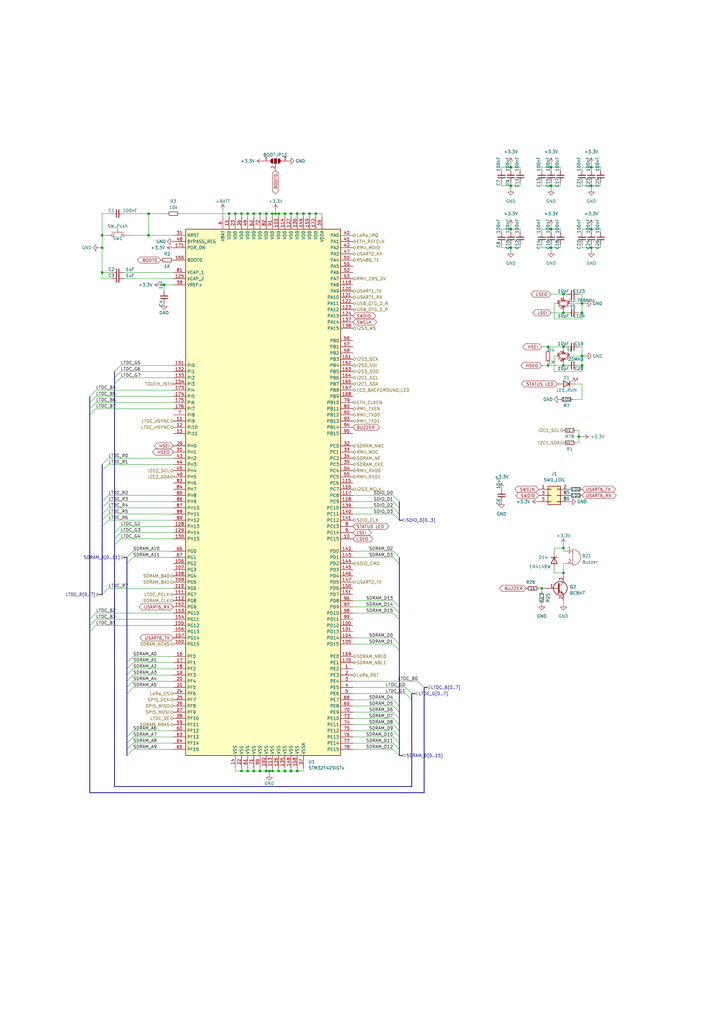
<source format=kicad_sch>
(kicad_sch (version 20230121) (generator eeschema)
  (paper "A3" portrait)
  (junction (at 242.57 76.2))
  (junction (at 60.96 96.52))
  (junction (at 93.98 87.63))
  (junction (at 226.06 76.2))
  (junction (at 242.57 93.98))
  (junction (at 111.76 316.23))
  (junction (at 224.79 142.24))
  (junction (at 226.06 101.6))
  (junction (at 41.91 101.6))
  (junction (at 226.06 93.98))
  (junction (at 101.6 87.63))
  (junction (at 231.14 224.79))
  (junction (at 209.55 76.2))
  (junction (at 119.38 87.63))
  (junction (at 231.14 120.65))
  (junction (at 99.06 316.23))
  (junction (at 110.49 316.23))
  (junction (at 116.84 316.23))
  (junction (at 127 87.63))
  (junction (at 113.03 87.63))
  (junction (at 209.55 68.58))
  (junction (at 238.76 128.27))
  (junction (at 111.76 87.63))
  (junction (at 114.3 87.63))
  (junction (at 238.76 146.05))
  (junction (at 121.92 316.23))
  (junction (at 116.84 87.63))
  (junction (at 104.14 316.23))
  (junction (at 106.68 87.63))
  (junction (at 242.57 68.58))
  (junction (at 231.14 142.24))
  (junction (at 41.91 96.52))
  (junction (at 124.46 87.63))
  (junction (at 222.25 241.3))
  (junction (at 104.14 87.63))
  (junction (at 109.22 87.63))
  (junction (at 119.38 316.23))
  (junction (at 209.55 93.98))
  (junction (at 231.14 234.95))
  (junction (at 114.3 316.23))
  (junction (at 41.91 111.76))
  (junction (at 237.49 179.07))
  (junction (at 231.14 149.86))
  (junction (at 129.54 87.63))
  (junction (at 231.14 128.27))
  (junction (at 242.57 101.6))
  (junction (at 99.06 87.63))
  (junction (at 238.76 149.86))
  (junction (at 121.92 87.63))
  (junction (at 226.06 68.58))
  (junction (at 101.6 316.23))
  (junction (at 109.22 316.23))
  (junction (at 96.52 87.63))
  (junction (at 106.68 316.23))
  (junction (at 67.31 116.84))
  (junction (at 238.76 124.46))
  (junction (at 60.96 87.63))
  (junction (at 209.55 101.6))
  (junction (at 224.79 149.86))
  (bus_entry (at 161.29 304.8) (size 2.54 2.54))
  (bus_entry (at 52.07 271.78) (size 2.54 -2.54))
  (bus_entry (at 161.29 226.06) (size 2.54 2.54))
  (bus_entry (at 36.83 259.08) (size 2.54 -2.54))
  (bus_entry (at 36.83 162.56) (size 2.54 -2.54))
  (bus_entry (at 161.29 287.02) (size 2.54 2.54))
  (bus_entry (at 161.29 297.18) (size 2.54 2.54))
  (bus_entry (at 161.29 294.64) (size 2.54 2.54))
  (bus_entry (at 161.29 205.74) (size 2.54 2.54))
  (bus_entry (at 161.29 264.16) (size 2.54 2.54))
  (bus_entry (at 52.07 284.48) (size 2.54 -2.54))
  (bus_entry (at 161.29 208.28) (size 2.54 2.54))
  (bus_entry (at 41.91 210.82) (size 2.54 -2.54))
  (bus_entry (at 166.37 281.94) (size 2.54 2.54))
  (bus_entry (at 52.07 281.94) (size 2.54 -2.54))
  (bus_entry (at 46.99 223.52) (size 2.54 -2.54))
  (bus_entry (at 52.07 309.88) (size 2.54 -2.54))
  (bus_entry (at 46.99 218.44) (size 2.54 -2.54))
  (bus_entry (at 171.45 279.4) (size 2.54 2.54))
  (bus_entry (at 41.91 208.28) (size 2.54 -2.54))
  (bus_entry (at 52.07 307.34) (size 2.54 -2.54))
  (bus_entry (at 46.99 220.98) (size 2.54 -2.54))
  (bus_entry (at 52.07 231.14) (size 2.54 -2.54))
  (bus_entry (at 161.29 251.46) (size 2.54 2.54))
  (bus_entry (at 161.29 261.62) (size 2.54 2.54))
  (bus_entry (at 161.29 307.34) (size 2.54 2.54))
  (bus_entry (at 52.07 228.6) (size 2.54 -2.54))
  (bus_entry (at 41.91 193.04) (size 2.54 -2.54))
  (bus_entry (at 52.07 276.86) (size 2.54 -2.54))
  (bus_entry (at 161.29 203.2) (size 2.54 2.54))
  (bus_entry (at 166.37 284.48) (size 2.54 2.54))
  (bus_entry (at 161.29 289.56) (size 2.54 2.54))
  (bus_entry (at 36.83 256.54) (size 2.54 -2.54))
  (bus_entry (at 46.99 152.4) (size 2.54 -2.54))
  (bus_entry (at 36.83 254) (size 2.54 -2.54))
  (bus_entry (at 41.91 190.5) (size 2.54 -2.54))
  (bus_entry (at 46.99 157.48) (size 2.54 -2.54))
  (bus_entry (at 161.29 210.82) (size 2.54 2.54))
  (bus_entry (at 41.91 213.36) (size 2.54 -2.54))
  (bus_entry (at 161.29 302.26) (size 2.54 2.54))
  (bus_entry (at 41.91 243.84) (size 2.54 -2.54))
  (bus_entry (at 36.83 167.64) (size 2.54 -2.54))
  (bus_entry (at 36.83 165.1) (size 2.54 -2.54))
  (bus_entry (at 52.07 274.32) (size 2.54 -2.54))
  (bus_entry (at 41.91 205.74) (size 2.54 -2.54))
  (bus_entry (at 46.99 154.94) (size 2.54 -2.54))
  (bus_entry (at 36.83 170.18) (size 2.54 -2.54))
  (bus_entry (at 161.29 246.38) (size 2.54 2.54))
  (bus_entry (at 52.07 302.26) (size 2.54 -2.54))
  (bus_entry (at 161.29 299.72) (size 2.54 2.54))
  (bus_entry (at 41.91 215.9) (size 2.54 -2.54))
  (bus_entry (at 52.07 304.8) (size 2.54 -2.54))
  (bus_entry (at 161.29 248.92) (size 2.54 2.54))
  (bus_entry (at 52.07 279.4) (size 2.54 -2.54))
  (bus_entry (at 161.29 292.1) (size 2.54 2.54))
  (bus_entry (at 161.29 228.6) (size 2.54 2.54))
  (wire (pts (xy 238.76 120.65) (xy 238.76 124.46)))
  (wire (pts (xy 227.33 146.05) (xy 227.33 152.4)))
  (wire (pts (xy 109.22 87.63) (xy 111.76 87.63)))
  (wire (pts (xy 111.76 316.23) (xy 110.49 316.23)))
  (bus (pts (xy 163.83 213.36) (xy 165.1 213.36)))
  (wire (pts (xy 73.66 87.63) (xy 93.98 87.63)))
  (wire (pts (xy 205.74 68.58) (xy 205.74 69.85)))
  (wire (pts (xy 227.33 233.68) (xy 227.33 234.95)))
  (wire (pts (xy 49.53 149.86) (xy 71.12 149.86)))
  (wire (pts (xy 238.76 157.48) (xy 236.22 157.48)))
  (wire (pts (xy 238.76 130.81) (xy 238.76 128.27)))
  (wire (pts (xy 237.49 120.65) (xy 238.76 120.65)))
  (wire (pts (xy 119.38 316.23) (xy 116.84 316.23)))
  (wire (pts (xy 231.14 231.14) (xy 232.41 231.14)))
  (wire (pts (xy 71.12 302.26) (xy 54.61 302.26)))
  (wire (pts (xy 106.68 314.96) (xy 106.68 316.23)))
  (wire (pts (xy 209.55 68.58) (xy 209.55 69.85)))
  (bus (pts (xy 46.99 223.52) (xy 46.99 322.58)))
  (bus (pts (xy 40.64 243.84) (xy 41.91 243.84)))
  (wire (pts (xy 171.45 279.4) (xy 144.78 279.4)))
  (wire (pts (xy 231.14 128.27) (xy 231.14 127)))
  (wire (pts (xy 39.37 165.1) (xy 71.12 165.1)))
  (wire (pts (xy 231.14 226.06) (xy 232.41 226.06)))
  (bus (pts (xy 52.07 231.14) (xy 52.07 271.78)))
  (bus (pts (xy 163.83 210.82) (xy 163.83 213.36)))
  (bus (pts (xy 46.99 218.44) (xy 46.99 220.98)))
  (wire (pts (xy 222.25 68.58) (xy 222.25 69.85)))
  (wire (pts (xy 226.06 68.58) (xy 229.87 68.58)))
  (wire (pts (xy 226.06 93.98) (xy 226.06 95.25)))
  (wire (pts (xy 226.06 101.6) (xy 226.06 102.87)))
  (wire (pts (xy 238.76 93.98) (xy 238.76 95.25)))
  (wire (pts (xy 104.14 314.96) (xy 104.14 316.23)))
  (bus (pts (xy 163.83 304.8) (xy 163.83 307.34)))
  (bus (pts (xy 36.83 259.08) (xy 36.83 325.12)))
  (wire (pts (xy 71.12 299.72) (xy 54.61 299.72)))
  (wire (pts (xy 144.78 208.28) (xy 161.29 208.28)))
  (wire (pts (xy 234.95 163.83) (xy 238.76 163.83)))
  (wire (pts (xy 222.25 149.86) (xy 224.79 149.86)))
  (wire (pts (xy 205.74 93.98) (xy 205.74 95.25)))
  (bus (pts (xy 163.83 251.46) (xy 163.83 254)))
  (wire (pts (xy 96.52 316.23) (xy 96.52 314.96)))
  (wire (pts (xy 50.8 87.63) (xy 60.96 87.63)))
  (wire (pts (xy 144.78 203.2) (xy 161.29 203.2)))
  (wire (pts (xy 144.78 307.34) (xy 161.29 307.34)))
  (wire (pts (xy 242.57 93.98) (xy 246.38 93.98)))
  (wire (pts (xy 49.53 215.9) (xy 71.12 215.9)))
  (wire (pts (xy 238.76 142.24) (xy 238.76 146.05)))
  (wire (pts (xy 226.06 100.33) (xy 226.06 101.6)))
  (wire (pts (xy 226.06 120.65) (xy 231.14 120.65)))
  (wire (pts (xy 121.92 316.23) (xy 119.38 316.23)))
  (bus (pts (xy 36.83 256.54) (xy 36.83 259.08)))
  (wire (pts (xy 101.6 87.63) (xy 104.14 87.63)))
  (wire (pts (xy 99.06 87.63) (xy 99.06 88.9)))
  (wire (pts (xy 129.54 87.63) (xy 129.54 88.9)))
  (bus (pts (xy 36.83 170.18) (xy 36.83 254)))
  (wire (pts (xy 238.76 124.46) (xy 238.76 128.27)))
  (wire (pts (xy 246.38 76.2) (xy 242.57 76.2)))
  (wire (pts (xy 44.45 210.82) (xy 71.12 210.82)))
  (wire (pts (xy 213.36 69.85) (xy 213.36 68.58)))
  (bus (pts (xy 52.07 304.8) (xy 52.07 307.34)))
  (wire (pts (xy 231.14 142.24) (xy 224.79 142.24)))
  (wire (pts (xy 106.68 87.63) (xy 109.22 87.63)))
  (wire (pts (xy 110.49 316.23) (xy 110.49 317.5)))
  (wire (pts (xy 238.76 100.33) (xy 238.76 101.6)))
  (wire (pts (xy 242.57 92.71) (xy 242.57 93.98)))
  (bus (pts (xy 41.91 205.74) (xy 41.91 208.28)))
  (wire (pts (xy 231.14 142.24) (xy 232.41 142.24)))
  (wire (pts (xy 229.87 68.58) (xy 229.87 69.85)))
  (wire (pts (xy 209.55 93.98) (xy 209.55 95.25)))
  (wire (pts (xy 124.46 87.63) (xy 124.46 88.9)))
  (wire (pts (xy 240.03 124.46) (xy 238.76 124.46)))
  (bus (pts (xy 46.99 220.98) (xy 46.99 223.52)))
  (wire (pts (xy 60.96 87.63) (xy 68.58 87.63)))
  (wire (pts (xy 226.06 93.98) (xy 229.87 93.98)))
  (wire (pts (xy 41.91 87.63) (xy 45.72 87.63)))
  (wire (pts (xy 39.37 162.56) (xy 71.12 162.56)))
  (bus (pts (xy 52.07 276.86) (xy 52.07 279.4)))
  (wire (pts (xy 224.79 149.86) (xy 224.79 148.59)))
  (wire (pts (xy 66.04 116.84) (xy 67.31 116.84)))
  (wire (pts (xy 144.78 228.6) (xy 161.29 228.6)))
  (wire (pts (xy 238.76 146.05) (xy 238.76 149.86)))
  (wire (pts (xy 119.38 314.96) (xy 119.38 316.23)))
  (bus (pts (xy 52.07 284.48) (xy 52.07 302.26)))
  (wire (pts (xy 116.84 87.63) (xy 116.84 88.9)))
  (wire (pts (xy 209.55 92.71) (xy 209.55 93.98)))
  (wire (pts (xy 101.6 87.63) (xy 101.6 88.9)))
  (wire (pts (xy 50.8 111.76) (xy 71.12 111.76)))
  (wire (pts (xy 49.53 218.44) (xy 71.12 218.44)))
  (wire (pts (xy 144.78 205.74) (xy 161.29 205.74)))
  (bus (pts (xy 46.99 322.58) (xy 168.91 322.58)))
  (bus (pts (xy 46.99 154.94) (xy 46.99 157.48)))
  (wire (pts (xy 132.08 87.63) (xy 132.08 88.9)))
  (wire (pts (xy 111.76 87.63) (xy 113.03 87.63)))
  (wire (pts (xy 96.52 87.63) (xy 96.52 88.9)))
  (wire (pts (xy 121.92 87.63) (xy 124.46 87.63)))
  (wire (pts (xy 104.14 87.63) (xy 104.14 88.9)))
  (wire (pts (xy 114.3 87.63) (xy 114.3 88.9)))
  (wire (pts (xy 227.33 124.46) (xy 227.33 130.81)))
  (wire (pts (xy 101.6 314.96) (xy 101.6 316.23)))
  (bus (pts (xy 163.83 228.6) (xy 163.83 231.14)))
  (bus (pts (xy 36.83 162.56) (xy 36.83 165.1)))
  (wire (pts (xy 226.06 74.93) (xy 226.06 76.2)))
  (wire (pts (xy 50.8 114.3) (xy 71.12 114.3)))
  (bus (pts (xy 163.83 208.28) (xy 163.83 210.82)))
  (wire (pts (xy 114.3 87.63) (xy 116.84 87.63)))
  (wire (pts (xy 116.84 316.23) (xy 114.3 316.23)))
  (bus (pts (xy 36.83 325.12) (xy 173.99 325.12)))
  (wire (pts (xy 237.49 181.61) (xy 236.22 181.61)))
  (wire (pts (xy 71.12 274.32) (xy 54.61 274.32)))
  (wire (pts (xy 44.45 213.36) (xy 71.12 213.36)))
  (wire (pts (xy 49.53 152.4) (xy 71.12 152.4)))
  (wire (pts (xy 111.76 314.96) (xy 111.76 316.23)))
  (wire (pts (xy 231.14 223.52) (xy 231.14 224.79)))
  (wire (pts (xy 121.92 87.63) (xy 121.92 88.9)))
  (wire (pts (xy 242.57 100.33) (xy 242.57 101.6)))
  (wire (pts (xy 144.78 294.64) (xy 161.29 294.64)))
  (bus (pts (xy 52.07 302.26) (xy 52.07 304.8)))
  (wire (pts (xy 119.38 87.63) (xy 121.92 87.63)))
  (wire (pts (xy 44.45 190.5) (xy 71.12 190.5)))
  (wire (pts (xy 39.37 167.64) (xy 71.12 167.64)))
  (wire (pts (xy 205.74 100.33) (xy 205.74 101.6)))
  (wire (pts (xy 238.76 149.86) (xy 237.49 149.86)))
  (wire (pts (xy 209.55 101.6) (xy 209.55 102.87)))
  (wire (pts (xy 60.96 96.52) (xy 71.12 96.52)))
  (wire (pts (xy 114.3 316.23) (xy 111.76 316.23)))
  (bus (pts (xy 163.83 266.7) (xy 163.83 289.56)))
  (wire (pts (xy 109.22 314.96) (xy 109.22 316.23)))
  (wire (pts (xy 71.12 279.4) (xy 54.61 279.4)))
  (bus (pts (xy 41.91 208.28) (xy 41.91 210.82)))
  (bus (pts (xy 52.07 281.94) (xy 52.07 284.48)))
  (wire (pts (xy 71.12 276.86) (xy 54.61 276.86)))
  (wire (pts (xy 209.55 67.31) (xy 209.55 68.58)))
  (wire (pts (xy 205.74 76.2) (xy 209.55 76.2)))
  (wire (pts (xy 231.14 143.51) (xy 231.14 142.24)))
  (wire (pts (xy 224.79 142.24) (xy 224.79 143.51)))
  (wire (pts (xy 213.36 68.58) (xy 209.55 68.58)))
  (wire (pts (xy 229.87 101.6) (xy 226.06 101.6)))
  (wire (pts (xy 44.45 203.2) (xy 71.12 203.2)))
  (wire (pts (xy 213.36 101.6) (xy 209.55 101.6)))
  (wire (pts (xy 242.57 68.58) (xy 242.57 69.85)))
  (wire (pts (xy 166.37 281.94) (xy 144.78 281.94)))
  (bus (pts (xy 163.83 231.14) (xy 163.83 248.92)))
  (wire (pts (xy 222.25 93.98) (xy 222.25 95.25)))
  (wire (pts (xy 231.14 234.95) (xy 231.14 231.14)))
  (bus (pts (xy 52.07 307.34) (xy 52.07 309.88)))
  (wire (pts (xy 242.57 67.31) (xy 242.57 68.58)))
  (bus (pts (xy 41.91 210.82) (xy 41.91 213.36)))
  (bus (pts (xy 163.83 299.72) (xy 163.83 302.26)))
  (wire (pts (xy 60.96 87.63) (xy 60.96 96.52)))
  (wire (pts (xy 238.76 68.58) (xy 242.57 68.58)))
  (wire (pts (xy 242.57 74.93) (xy 242.57 76.2)))
  (wire (pts (xy 45.72 114.3) (xy 41.91 114.3)))
  (wire (pts (xy 99.06 87.63) (xy 101.6 87.63)))
  (bus (pts (xy 52.07 279.4) (xy 52.07 281.94)))
  (wire (pts (xy 39.37 254) (xy 71.12 254)))
  (bus (pts (xy 50.8 228.6) (xy 52.07 228.6)))
  (wire (pts (xy 44.45 208.28) (xy 71.12 208.28)))
  (wire (pts (xy 226.06 92.71) (xy 226.06 93.98)))
  (wire (pts (xy 41.91 101.6) (xy 41.91 96.52)))
  (bus (pts (xy 52.07 271.78) (xy 52.07 274.32)))
  (bus (pts (xy 168.91 284.48) (xy 170.18 284.48)))
  (wire (pts (xy 144.78 248.92) (xy 161.29 248.92)))
  (bus (pts (xy 173.99 281.94) (xy 175.26 281.94)))
  (wire (pts (xy 99.06 316.23) (xy 96.52 316.23)))
  (wire (pts (xy 231.14 149.86) (xy 231.14 148.59)))
  (wire (pts (xy 209.55 100.33) (xy 209.55 101.6)))
  (wire (pts (xy 101.6 316.23) (xy 99.06 316.23)))
  (wire (pts (xy 104.14 316.23) (xy 101.6 316.23)))
  (wire (pts (xy 114.3 314.96) (xy 114.3 316.23)))
  (wire (pts (xy 144.78 304.8) (xy 161.29 304.8)))
  (wire (pts (xy 209.55 93.98) (xy 213.36 93.98)))
  (wire (pts (xy 226.06 68.58) (xy 226.06 69.85)))
  (wire (pts (xy 144.78 302.26) (xy 161.29 302.26)))
  (bus (pts (xy 41.91 193.04) (xy 41.91 205.74)))
  (bus (pts (xy 52.07 274.32) (xy 52.07 276.86)))
  (wire (pts (xy 229.87 74.93) (xy 229.87 76.2)))
  (wire (pts (xy 238.76 76.2) (xy 242.57 76.2)))
  (wire (pts (xy 227.33 152.4) (xy 238.76 152.4)))
  (wire (pts (xy 213.36 100.33) (xy 213.36 101.6)))
  (bus (pts (xy 36.83 254) (xy 36.83 256.54)))
  (wire (pts (xy 246.38 100.33) (xy 246.38 101.6)))
  (wire (pts (xy 226.06 128.27) (xy 231.14 128.27)))
  (bus (pts (xy 163.83 297.18) (xy 163.83 299.72)))
  (wire (pts (xy 41.91 96.52) (xy 41.91 87.63)))
  (wire (pts (xy 124.46 87.63) (xy 127 87.63)))
  (wire (pts (xy 240.03 146.05) (xy 238.76 146.05)))
  (wire (pts (xy 231.14 120.65) (xy 232.41 120.65)))
  (wire (pts (xy 205.74 93.98) (xy 209.55 93.98)))
  (bus (pts (xy 52.07 228.6) (xy 52.07 231.14)))
  (bus (pts (xy 41.91 190.5) (xy 41.91 193.04)))
  (wire (pts (xy 229.87 76.2) (xy 226.06 76.2)))
  (wire (pts (xy 144.78 297.18) (xy 161.29 297.18)))
  (wire (pts (xy 166.37 284.48) (xy 144.78 284.48)))
  (wire (pts (xy 222.25 241.3) (xy 223.52 241.3)))
  (wire (pts (xy 144.78 287.02) (xy 161.29 287.02)))
  (bus (pts (xy 163.83 289.56) (xy 163.83 292.1)))
  (bus (pts (xy 163.83 294.64) (xy 163.83 297.18)))
  (wire (pts (xy 39.37 251.46) (xy 71.12 251.46)))
  (wire (pts (xy 43.18 96.52) (xy 41.91 96.52)))
  (wire (pts (xy 238.76 68.58) (xy 238.76 69.85)))
  (wire (pts (xy 222.25 100.33) (xy 222.25 101.6)))
  (wire (pts (xy 228.6 124.46) (xy 227.33 124.46)))
  (wire (pts (xy 227.33 130.81) (xy 238.76 130.81)))
  (wire (pts (xy 113.03 86.36) (xy 113.03 87.63)))
  (wire (pts (xy 220.98 241.3) (xy 222.25 241.3)))
  (wire (pts (xy 209.55 74.93) (xy 209.55 76.2)))
  (wire (pts (xy 205.74 101.6) (xy 209.55 101.6)))
  (wire (pts (xy 144.78 289.56) (xy 161.29 289.56)))
  (wire (pts (xy 222.25 242.57) (xy 222.25 241.3)))
  (bus (pts (xy 36.83 165.1) (xy 36.83 167.64)))
  (wire (pts (xy 237.49 176.53) (xy 237.49 179.07)))
  (wire (pts (xy 238.76 74.93) (xy 238.76 76.2)))
  (wire (pts (xy 109.22 316.23) (xy 106.68 316.23)))
  (wire (pts (xy 71.12 304.8) (xy 54.61 304.8)))
  (wire (pts (xy 144.78 264.16) (xy 161.29 264.16)))
  (wire (pts (xy 109.22 87.63) (xy 109.22 88.9)))
  (wire (pts (xy 209.55 68.58) (xy 205.74 68.58)))
  (wire (pts (xy 238.76 179.07) (xy 237.49 179.07)))
  (bus (pts (xy 46.99 152.4) (xy 46.99 154.94)))
  (wire (pts (xy 144.78 292.1) (xy 161.29 292.1)))
  (wire (pts (xy 242.57 101.6) (xy 242.57 102.87)))
  (wire (pts (xy 93.98 88.9) (xy 93.98 87.63)))
  (wire (pts (xy 231.14 247.65) (xy 231.14 246.38)))
  (wire (pts (xy 99.06 314.96) (xy 99.06 316.23)))
  (wire (pts (xy 116.84 314.96) (xy 116.84 316.23)))
  (wire (pts (xy 238.76 101.6) (xy 242.57 101.6)))
  (bus (pts (xy 41.91 213.36) (xy 41.91 215.9)))
  (wire (pts (xy 238.76 163.83) (xy 238.76 157.48)))
  (bus (pts (xy 163.83 307.34) (xy 163.83 309.88)))
  (wire (pts (xy 238.76 93.98) (xy 242.57 93.98)))
  (wire (pts (xy 41.91 111.76) (xy 41.91 101.6)))
  (wire (pts (xy 238.76 124.46) (xy 233.68 124.46)))
  (wire (pts (xy 227.33 224.79) (xy 231.14 224.79)))
  (bus (pts (xy 173.99 325.12) (xy 173.99 281.94)))
  (bus (pts (xy 163.83 248.92) (xy 163.83 251.46)))
  (wire (pts (xy 41.91 114.3) (xy 41.91 111.76)))
  (wire (pts (xy 246.38 101.6) (xy 242.57 101.6)))
  (wire (pts (xy 231.14 121.92) (xy 231.14 120.65)))
  (wire (pts (xy 213.36 76.2) (xy 213.36 74.93)))
  (wire (pts (xy 45.72 111.76) (xy 41.91 111.76)))
  (bus (pts (xy 163.83 292.1) (xy 163.83 294.64)))
  (wire (pts (xy 124.46 314.96) (xy 124.46 316.23)))
  (wire (pts (xy 96.52 87.63) (xy 99.06 87.63)))
  (wire (pts (xy 53.34 96.52) (xy 60.96 96.52)))
  (wire (pts (xy 237.49 142.24) (xy 238.76 142.24)))
  (wire (pts (xy 71.12 281.94) (xy 54.61 281.94)))
  (bus (pts (xy 163.83 264.16) (xy 163.83 266.7)))
  (wire (pts (xy 39.37 160.02) (xy 71.12 160.02)))
  (wire (pts (xy 213.36 93.98) (xy 213.36 95.25)))
  (wire (pts (xy 71.12 226.06) (xy 54.61 226.06)))
  (bus (pts (xy 41.91 215.9) (xy 41.91 243.84)))
  (wire (pts (xy 222.25 74.93) (xy 222.25 76.2)))
  (wire (pts (xy 226.06 67.31) (xy 226.06 68.58)))
  (wire (pts (xy 106.68 316.23) (xy 104.14 316.23)))
  (wire (pts (xy 113.03 87.63) (xy 114.3 87.63)))
  (wire (pts (xy 238.76 152.4) (xy 238.76 149.86)))
  (wire (pts (xy 144.78 251.46) (xy 161.29 251.46)))
  (wire (pts (xy 144.78 299.72) (xy 161.29 299.72)))
  (wire (pts (xy 222.25 93.98) (xy 226.06 93.98)))
  (wire (pts (xy 222.25 76.2) (xy 226.06 76.2)))
  (wire (pts (xy 127 87.63) (xy 129.54 87.63)))
  (wire (pts (xy 226.06 76.2) (xy 226.06 77.47)))
  (wire (pts (xy 49.53 154.94) (xy 71.12 154.94)))
  (wire (pts (xy 238.76 146.05) (xy 233.68 146.05)))
  (wire (pts (xy 93.98 87.63) (xy 96.52 87.63)))
  (wire (pts (xy 238.76 128.27) (xy 237.49 128.27)))
  (bus (pts (xy 168.91 287.02) (xy 168.91 284.48)))
  (wire (pts (xy 144.78 261.62) (xy 161.29 261.62)))
  (wire (pts (xy 71.12 269.24) (xy 54.61 269.24)))
  (bus (pts (xy 36.83 167.64) (xy 36.83 170.18)))
  (wire (pts (xy 127 88.9) (xy 127 87.63)))
  (wire (pts (xy 236.22 176.53) (xy 237.49 176.53)))
  (wire (pts (xy 144.78 246.38) (xy 161.29 246.38)))
  (wire (pts (xy 40.64 101.6) (xy 41.91 101.6)))
  (wire (pts (xy 116.84 87.63) (xy 119.38 87.63)))
  (wire (pts (xy 144.78 210.82) (xy 161.29 210.82)))
  (wire (pts (xy 121.92 314.96) (xy 121.92 316.23)))
  (wire (pts (xy 209.55 76.2) (xy 209.55 77.47)))
  (bus (pts (xy 163.83 205.74) (xy 163.83 208.28)))
  (wire (pts (xy 49.53 220.98) (xy 71.12 220.98)))
  (wire (pts (xy 124.46 316.23) (xy 121.92 316.23)))
  (wire (pts (xy 246.38 68.58) (xy 246.38 69.85)))
  (wire (pts (xy 222.25 101.6) (xy 226.06 101.6)))
  (wire (pts (xy 106.68 87.63) (xy 106.68 88.9)))
  (wire (pts (xy 44.45 205.74) (xy 71.12 205.74)))
  (wire (pts (xy 231.14 236.22) (xy 231.14 234.95)))
  (wire (pts (xy 246.38 93.98) (xy 246.38 95.25)))
  (bus (pts (xy 168.91 322.58) (xy 168.91 287.02)))
  (wire (pts (xy 231.14 224.79) (xy 231.14 226.06)))
  (bus (pts (xy 163.83 309.88) (xy 165.1 309.88)))
  (wire (pts (xy 91.44 86.36) (xy 91.44 88.9)))
  (wire (pts (xy 71.12 228.6) (xy 54.61 228.6)))
  (wire (pts (xy 111.76 87.63) (xy 111.76 88.9)))
  (wire (pts (xy 44.45 187.96) (xy 71.12 187.96)))
  (wire (pts (xy 222.25 142.24) (xy 224.79 142.24)))
  (wire (pts (xy 231.14 149.86) (xy 224.79 149.86)))
  (bus (pts (xy 46.99 157.48) (xy 46.99 218.44)))
  (wire (pts (xy 71.12 271.78) (xy 54.61 271.78)))
  (bus (pts (xy 163.83 254) (xy 163.83 264.16)))
  (wire (pts (xy 229.87 93.98) (xy 229.87 95.25)))
  (wire (pts (xy 71.12 307.34) (xy 54.61 307.34)))
  (wire (pts (xy 44.45 241.3) (xy 71.12 241.3)))
  (wire (pts (xy 237.49 179.07) (xy 237.49 181.61)))
  (wire (pts (xy 67.31 116.84) (xy 71.12 116.84)))
  (wire (pts (xy 227.33 234.95) (xy 231.14 234.95)))
  (wire (pts (xy 222.25 68.58) (xy 226.06 68.58)))
  (wire (pts (xy 232.41 128.27) (xy 231.14 128.27)))
  (wire (pts (xy 39.37 256.54) (xy 71.12 256.54)))
  (wire (pts (xy 228.6 146.05) (xy 227.33 146.05)))
  (wire (pts (xy 232.41 149.86) (xy 231.14 149.86)))
  (wire (pts (xy 205.74 74.93) (xy 205.74 76.2)))
  (wire (pts (xy 246.38 74.93) (xy 246.38 76.2)))
  (wire (pts (xy 144.78 226.06) (xy 161.29 226.06)))
  (wire (pts (xy 129.54 87.63) (xy 132.08 87.63)))
  (wire (pts (xy 104.14 87.63) (xy 106.68 87.63)))
  (wire (pts (xy 242.57 68.58) (xy 246.38 68.58)))
  (wire (pts (xy 119.38 87.63) (xy 119.38 88.9)))
  (wire (pts (xy 242.57 76.2) (xy 242.57 77.47)))
  (wire (pts (xy 242.57 93.98) (xy 242.57 95.25)))
  (wire (pts (xy 110.49 316.23) (xy 109.22 316.23)))
  (wire (pts (xy 67.31 119.38) (xy 67.31 116.84)))
  (wire (pts (xy 227.33 226.06) (xy 227.33 224.79)))
  (wire (pts (xy 229.87 100.33) (xy 229.87 101.6)))
  (wire (pts (xy 209.55 76.2) (xy 213.36 76.2)))
  (bus (pts (xy 163.83 302.26) (xy 163.83 304.8)))
  (label "LTDC_G0" (at 166.37 281.94 180))
  (label "LTDC_R2" (at 44.45 203.2 0))
  (label "LTDC_B7" (at 39.37 167.64 0))
  (label "LTDC_R7" (at 44.45 241.3 0))
  (label "SDRAM_A2" (at 54.61 274.32 0))
  (label "SDRAM_D1" (at 161.29 264.16 180))
  (label "LTDC_B3" (at 39.37 254 0))
  (label "SDRAM_D15" (at 161.29 251.46 180))
  (label "SDRAM_D3" (at 161.29 228.6 180))
  (label "SDRAM_D5" (at 161.29 289.56 180))
  (label "LTDC_R5" (at 44.45 210.82 0))
  (label "SDRAM_A8" (at 54.61 304.8 0))
  (label "LTDC_R1" (at 44.45 190.5 0))
  (label "SDRAM_D4" (at 161.29 287.02 180))
  (label "LTDC_G3" (at 49.53 218.44 0))
  (label "LTDC_B1" (at 39.37 256.54 0))
  (label "LTDC_R3" (at 44.45 205.74 0))
  (label "SDRAM_D2" (at 161.29 226.06 180))
  (label "SDIO_D0" (at 161.29 203.2 180))
  (label "SDRAM_A0" (at 54.61 269.24 0))
  (label "SDIO_D1" (at 161.29 205.74 180))
  (label "SDRAM_D9" (at 161.29 299.72 180))
  (label "SDRAM_A1" (at 54.61 271.78 0))
  (label "LTDC_G2" (at 49.53 215.9 0))
  (label "SDRAM_D8" (at 161.29 297.18 180))
  (label "SDRAM_D14" (at 161.29 248.92 180))
  (label "LTDC_R0" (at 44.45 187.96 0))
  (label "SDRAM_A11" (at 54.61 228.6 0))
  (label "SDRAM_D0" (at 161.29 261.62 180))
  (label "LTDC_G6" (at 49.53 152.4 0))
  (label "SDRAM_A6" (at 54.61 299.72 0))
  (label "LTDC_B5" (at 39.37 162.56 0))
  (label "SDRAM_A3" (at 54.61 276.86 0))
  (label "LTDC_G7" (at 49.53 154.94 0))
  (label "SDRAM_D6" (at 161.29 292.1 180))
  (label "SDIO_D3" (at 161.29 210.82 180))
  (label "SDRAM_A4" (at 54.61 279.4 0))
  (label "LTDC_B4" (at 39.37 160.02 0))
  (label "LTDC_G5" (at 49.53 149.86 0))
  (label "SDRAM_A5" (at 54.61 281.94 0))
  (label "SDIO_D2" (at 161.29 208.28 180))
  (label "SDRAM_A10" (at 54.61 226.06 0))
  (label "LTDC_B0" (at 171.45 279.4 180))
  (label "SDRAM_D13" (at 161.29 246.38 180))
  (label "SDRAM_D11" (at 161.29 304.8 180))
  (label "LTDC_R6" (at 44.45 213.36 0))
  (label "LTDC_R4" (at 44.45 208.28 0))
  (label "SDRAM_A7" (at 54.61 302.26 0))
  (label "LTDC_B6" (at 39.37 165.1 0))
  (label "SDRAM_D10" (at 161.29 302.26 180))
  (label "SDRAM_D12" (at 161.29 307.34 180))
  (label "SDRAM_D7" (at 161.29 294.64 180))
  (label "LTDC_G1" (at 166.37 284.48 180))
  (label "LTDC_B2" (at 39.37 251.46 0))
  (label "LTDC_G4" (at 49.53 220.98 0))
  (label "SDRAM_A9" (at 54.61 307.34 0))
  (global_label "BOOT0" (shape bidirectional) (at 66.04 106.68 180) (property "Intersheetrefs" "${INTERSHEET_REFS}" (effects hide)))
  (global_label "HSEO" (shape bidirectional) (at 222.25 149.86 180) (property "Intersheetrefs" "${INTERSHEET_REFS}" (effects hide)))
  (global_label "BUZZER" (shape bidirectional) (at 144.78 175.26 0) (property "Intersheetrefs" "${INTERSHEET_REFS}" (effects hide)))
  (global_label "SWCLK" (shape bidirectional) (at 220.98 200.66 180) (property "Intersheetrefs" "${INTERSHEET_REFS}" (effects hide)))
  (global_label "LSEI" (shape bidirectional) (at 144.78 218.44 0) (property "Intersheetrefs" "${INTERSHEET_REFS}" (effects hide)))
  (global_label "SWDIO" (shape bidirectional) (at 220.98 203.2 180) (property "Intersheetrefs" "${INTERSHEET_REFS}" (effects hide)))
  (global_label "BUZZER" (shape bidirectional) (at 215.9 241.3 180) (property "Intersheetrefs" "${INTERSHEET_REFS}" (effects hide)))
  (global_label "HSEI" (shape bidirectional) (at 222.25 142.24 180) (property "Intersheetrefs" "${INTERSHEET_REFS}" (effects hide)))
  (global_label "USART6_RX" (shape bidirectional) (at 238.76 203.2 0) (property "Intersheetrefs" "${INTERSHEET_REFS}" (effects hide)))
  (global_label "USART6_TX" (shape bidirectional) (at 238.76 200.66 0) (property "Intersheetrefs" "${INTERSHEET_REFS}" (effects hide)))
  (global_label "STATUS LED" (shape bidirectional) (at 228.6 157.48 180) (property "Intersheetrefs" "${INTERSHEET_REFS}" (effects hide)))
  (global_label "HSEI" (shape bidirectional) (at 71.12 182.88 180) (property "Intersheetrefs" "${INTERSHEET_REFS}" (effects hide)))
  (global_label "LSEO" (shape bidirectional) (at 226.06 120.65 180) (property "Intersheetrefs" "${INTERSHEET_REFS}" (effects hide)))
  (global_label "SWDIO" (shape bidirectional) (at 144.78 129.54 0) (property "Intersheetrefs" "${INTERSHEET_REFS}" (effects hide)))
  (global_label "USART6_RX" (shape bidirectional) (at 71.12 248.92 180) (property "Intersheetrefs" "${INTERSHEET_REFS}" (effects hide)))
  (global_label "HSEO" (shape bidirectional) (at 71.12 185.42 180) (property "Intersheetrefs" "${INTERSHEET_REFS}" (effects hide)))
  (global_label "SWCLK" (shape bidirectional) (at 144.78 132.08 0) (property "Intersheetrefs" "${INTERSHEET_REFS}" (effects hide)))
  (global_label "LSEI" (shape bidirectional) (at 226.06 128.27 180) (property "Intersheetrefs" "${INTERSHEET_REFS}" (effects hide)))
  (global_label "BOOT0" (shape bidirectional) (at 113.03 69.85 270) (property "Intersheetrefs" "${INTERSHEET_REFS}" (effects hide)))
  (global_label "USART6_TX" (shape bidirectional) (at 71.12 261.62 180) (property "Intersheetrefs" "${INTERSHEET_REFS}" (effects hide)))
  (global_label "LSEO" (shape bidirectional) (at 144.78 220.98 0) (property "Intersheetrefs" "${INTERSHEET_REFS}" (effects hide)))
  (global_label "STATUS LED" (shape bidirectional) (at 144.78 215.9 0) (property "Intersheetrefs" "${INTERSHEET_REFS}" (effects hide)))
  (hierarchical_label "USB_OTG_D_N" (shape bidirectional) (at 144.78 124.46 0))
  (hierarchical_label "SDIO_D[0..3]" (shape bidirectional) (at 165.1 213.36 0))
  (hierarchical_label "I2S3_WS" (shape bidirectional) (at 144.78 134.62 0))
  (hierarchical_label "I2S3_SDO" (shape bidirectional) (at 144.78 152.4 0))
  (hierarchical_label "LTDC_PCLK" (shape bidirectional) (at 71.12 243.84 180))
  (hierarchical_label "SDRAM_NBL0" (shape bidirectional) (at 144.78 269.24 0))
  (hierarchical_label "RMII_MDC" (shape bidirectional) (at 144.78 185.42 0))
  (hierarchical_label "SDRAM_BA0" (shape bidirectional) (at 71.12 236.22 180))
  (hierarchical_label "SDRAM_NE" (shape bidirectional) (at 144.78 187.96 0))
  (hierarchical_label "SPI5_MISO" (shape bidirectional) (at 71.12 289.56 180))
  (hierarchical_label "I2C1_SCL" (shape bidirectional) (at 144.78 154.94 0))
  (hierarchical_label "RMII_TXEN" (shape bidirectional) (at 144.78 167.64 0))
  (hierarchical_label "RMII_RXD1" (shape bidirectional) (at 144.78 195.58 0))
  (hierarchical_label "RMII_CRS_DV" (shape bidirectional) (at 144.78 114.3 0))
  (hierarchical_label "LTDC_VSYNC" (shape bidirectional) (at 71.12 172.72 180))
  (hierarchical_label "LCD_BACKGROUND_LED" (shape bidirectional) (at 144.78 160.02 0))
  (hierarchical_label "ETH_REFCLK" (shape bidirectional) (at 144.78 99.06 0))
  (hierarchical_label "USART1_TX" (shape bidirectional) (at 144.78 119.38 0))
  (hierarchical_label "SDRAM_NRAS" (shape bidirectional) (at 71.12 297.18 180))
  (hierarchical_label "ETH_CLKEN" (shape bidirectional) (at 144.78 165.1 0))
  (hierarchical_label "RS485_TE" (shape bidirectional) (at 144.78 106.68 0))
  (hierarchical_label "LTDC_G[0..7]" (shape bidirectional) (at 170.18 284.48 0))
  (hierarchical_label "LoRa_CS" (shape bidirectional) (at 71.12 284.48 180))
  (hierarchical_label "SDIO_CMD" (shape bidirectional) (at 144.78 231.14 0))
  (hierarchical_label "SDRAM_BA1" (shape bidirectional) (at 71.12 238.76 180))
  (hierarchical_label "I2S3_SCK" (shape bidirectional) (at 144.78 147.32 0))
  (hierarchical_label "SDRAM_CKE" (shape bidirectional) (at 144.78 190.5 0))
  (hierarchical_label "LoRa_RST" (shape bidirectional) (at 144.78 276.86 0))
  (hierarchical_label "SDRAM_A[0..11]" (shape bidirectional) (at 50.8 228.6 180))
  (hierarchical_label "I2C2_SDA" (shape bidirectional) (at 71.12 195.58 180))
  (hierarchical_label "SDRAM_CLK" (shape bidirectional) (at 71.12 246.38 180))
  (hierarchical_label "I2C1_SDA" (shape bidirectional) (at 231.14 181.61 180))
  (hierarchical_label "LTDC_R[0..7]" (shape bidirectional) (at 40.64 243.84 180))
  (hierarchical_label "USART1_RX" (shape bidirectional) (at 144.78 121.92 0))
  (hierarchical_label "I2C1_SCL" (shape bidirectional) (at 231.14 176.53 180))
  (hierarchical_label "I2C1_SDA" (shape bidirectional) (at 144.78 157.48 0))
  (hierarchical_label "LTDC_DE" (shape bidirectional) (at 71.12 294.64 180))
  (hierarchical_label "RMII_RXD0" (shape bidirectional) (at 144.78 193.04 0))
  (hierarchical_label "LTDC_B[0..7]" (shape bidirectional) (at 175.26 281.94 0))
  (hierarchical_label "RMII_TXD0" (shape bidirectional) (at 144.78 170.18 0))
  (hierarchical_label "LoRa_IRQ" (shape bidirectional) (at 144.78 96.52 0))
  (hierarchical_label "SDRAM_NWE" (shape bidirectional) (at 144.78 182.88 0))
  (hierarchical_label "I2S3_MCLK" (shape bidirectional) (at 144.78 200.66 0))
  (hierarchical_label "SDRAM_D[0..15]" (shape bidirectional) (at 165.1 309.88 0))
  (hierarchical_label "I2S3_SDI" (shape bidirectional) (at 144.78 149.86 0))
  (hierarchical_label "USART2_RX" (shape bidirectional) (at 144.78 104.14 0) (property "Intersheetrefs" "${INTERSHEET_REFS}" (effects hide)))
  (hierarchical_label "SPI5_MOSI" (shape bidirectional) (at 71.12 292.1 180))
  (hierarchical_label "RMII_TXD1" (shape bidirectional) (at 144.78 172.72 0))
  (hierarchical_label "USB_OTG_D_P" (shape bidirectional) (at 144.78 127 0))
  (hierarchical_label "RMII_MDIO" (shape bidirectional) (at 144.78 101.6 0))
  (hierarchical_label "I2C2_SCL" (shape bidirectional) (at 71.12 193.04 180))
  (hierarchical_label "TOUCH_INT" (shape bidirectional) (at 71.12 157.48 180))
  (hierarchical_label "SDRAM_NBL1" (shape bidirectional) (at 144.78 271.78 0))
  (hierarchical_label "SDRAM_NCAS" (shape bidirectional) (at 71.12 264.16 180))
  (hierarchical_label "SDIO_CLK" (shape bidirectional) (at 144.78 213.36 0))
  (hierarchical_label "USART2_TX" (shape bidirectional) (at 144.78 238.76 0) (property "Intersheetrefs" "${INTERSHEET_REFS}" (effects hide)))
  (hierarchical_label "SPI5_SCK" (shape bidirectional) (at 71.12 287.02 180))
  (hierarchical_label "LTDC_HSYNC" (shape bidirectional) (at 71.12 175.26 180))
  (symbol (lib_id "Device:C_Small") (at 205.74 72.39 180) (unit 1)
    (property "Reference" "C7" (at 204.47 74.93 90))
    (property "Value" "100nF" (at 204.47 67.31 90))
    (property "Footprint" "Anh_Footprints:C_0603" (effects hide))
  )
  (symbol (lib_id "Device:C_Small") (at 209.55 72.39 180) (unit 1)
    (property "Reference" "C9" (at 208.28 74.93 90))
    (property "Value" "100nF" (at 208.28 67.31 90))
    (property "Footprint" "Anh_Footprints:C_0603" (effects hide))
  )
  (symbol (lib_id "power:+3.3V") (at 242.57 92.71 0) (mirror y) (unit 1)
    (property "Reference" "#PWR033" (effects hide))
    (property "Value" "+3.3V" (at 242.57 87.63 0))
  )
  (symbol (lib_id "Device:R_Small") (at 233.68 181.61 90) (unit 1)
    (property "Reference" "R1" (at 233.68 184.15 90))
    (property "Value" "4k7" (at 233.68 181.61 90))
    (property "Footprint" "Anh_Footprints:R_0603" (effects hide))
  )
  (symbol (lib_id "power:GND") (at 231.14 247.65 0) (unit 1)
    (property "Reference" "#PWR0100" (effects hide))
    (property "Value" "GND" (at 231.14 252.73 0))
  )
  (symbol (lib_id "Device:C_Small") (at 246.38 97.79 180) (unit 1)
    (property "Reference" "C26" (at 245.11 100.33 90))
    (property "Value" "100nF" (at 245.11 92.71 90))
    (property "Footprint" "Anh_Footprints:C_0603" (effects hide))
  )
  (symbol (lib_id "power:+3.3V") (at 231.14 223.52 0) (unit 1)
    (property "Reference" "#PWR0186" (effects hide))
    (property "Value" "+3.3V" (at 231.14 219.71 0))
  )
  (symbol (lib_id "power:+3.3V") (at 220.98 205.74 90) (mirror x) (unit 1)
    (property "Reference" "#PWR023" (effects hide))
    (property "Value" "+3.3V" (at 214.63 205.74 90))
  )
  (symbol (lib_id "power:GND") (at 242.57 77.47 0) (mirror y) (unit 1)
    (property "Reference" "#PWR032" (effects hide))
    (property "Value" "GND" (at 242.57 82.55 0))
  )
  (symbol (lib_id "Device:C_Small") (at 209.55 97.79 180) (unit 1)
    (property "Reference" "C10" (at 208.28 100.33 90))
    (property "Value" "100nF" (at 208.28 92.71 90))
    (property "Footprint" "Anh_Footprints:C_0603" (effects hide))
  )
  (symbol (lib_id "Device:C_Small") (at 213.36 72.39 180) (unit 1)
    (property "Reference" "C11" (at 212.09 74.93 90))
    (property "Value" "100nF" (at 212.09 67.31 90))
    (property "Footprint" "Anh_Footprints:C_0603" (effects hide))
  )
  (symbol (lib_id "Device:C_Small") (at 48.26 111.76 90) (unit 1)
    (property "Reference" "C2" (at 45.72 110.49 90))
    (property "Value" "1uF" (at 53.34 110.49 90))
    (property "Footprint" "Anh_Footprints:C_0603" (effects hide))
  )
  (symbol (lib_id "power:GND") (at 40.64 101.6 270) (mirror x) (unit 1)
    (property "Reference" "#PWR07" (effects hide))
    (property "Value" "GND" (at 35.56 101.6 90))
  )
  (symbol (lib_id "power:+3.3V") (at 66.04 116.84 90) (unit 1)
    (property "Reference" "#PWR08" (effects hide))
    (property "Value" "+3.3V" (at 59.69 116.84 90))
  )
  (symbol (lib_id "Device:C_Small") (at 229.87 72.39 180) (unit 1)
    (property "Reference" "C17" (at 228.6 74.93 90))
    (property "Value" "100nF" (at 228.6 67.31 90))
    (property "Footprint" "Anh_Footprints:C_0603" (effects hide))
  )
  (symbol (lib_id "power:GND") (at 242.57 102.87 0) (mirror y) (unit 1)
    (property "Reference" "#PWR034" (effects hide))
    (property "Value" "GND" (at 242.57 107.95 0))
  )
  (symbol (lib_id "Device:C_Small") (at 226.06 72.39 180) (unit 1)
    (property "Reference" "C15" (at 224.79 74.93 90))
    (property "Value" "100nF" (at 224.79 67.31 90))
    (property "Footprint" "Anh_Footprints:C_0603" (effects hide))
  )
  (symbol (lib_id "Device:C_Small") (at 226.06 97.79 180) (unit 1)
    (property "Reference" "C16" (at 224.79 100.33 90))
    (property "Value" "100nF" (at 224.79 92.71 90))
    (property "Footprint" "Anh_Footprints:C_0603" (effects hide))
  )
  (symbol (lib_id "Device:C_Small") (at 205.74 203.2 180) (unit 1)
    (property "Reference" "C6" (at 204.47 205.74 90))
    (property "Value" "10uF" (at 204.47 198.12 90))
    (property "Footprint" "Anh_Footprints:C_1206" (effects hide))
  )
  (symbol (lib_id "power:+3.3V") (at 205.74 200.66 0) (mirror y) (unit 1)
    (property "Reference" "#PWR017" (effects hide))
    (property "Value" "+3.3V" (at 205.74 195.58 0))
  )
  (symbol (lib_id "power:+3.3V") (at 226.06 92.71 0) (mirror y) (unit 1)
    (property "Reference" "#PWR026" (effects hide))
    (property "Value" "+3.3V" (at 226.06 87.63 0))
  )
  (symbol (lib_id "Device:R_Small") (at 236.22 203.2 90) (unit 1)
    (property "Reference" "R6" (at 232.41 204.47 90))
    (property "Value" "100" (at 236.22 203.2 90))
    (property "Footprint" "Anh_Footprints:R_0603" (effects hide))
  )
  (symbol (lib_id "power:+3.3V") (at 209.55 67.31 0) (mirror y) (unit 1)
    (property "Reference" "#PWR019" (effects hide))
    (property "Value" "+3.3V" (at 209.55 62.23 0))
  )
  (symbol (lib_id "power:+BATT") (at 91.44 86.36 0) (unit 1)
    (property "Reference" "#PWR012" (effects hide))
    (property "Value" "+BATT" (at 91.44 82.55 0))
  )
  (symbol (lib_id "Device:R_Small") (at 224.79 146.05 0) (unit 1)
    (property "Reference" "R4" (at 224.79 143.51 0) (effects (justify left)))
    (property "Value" "1M" (at 224.79 148.59 0) (effects (justify left)))
    (property "Footprint" "Anh_Footprints:R_0603" (effects hide))
  )
  (symbol (lib_id "power:GND") (at 209.55 77.47 0) (mirror y) (unit 1)
    (property "Reference" "#PWR020" (effects hide))
    (property "Value" "GND" (at 209.55 82.55 0))
  )
  (symbol (lib_id "Device:R_Small") (at 218.44 241.3 90) (unit 1)
    (property "Reference" "R26" (at 219.71 238.76 90) (effects (justify left)))
    (property "Value" "1k" (at 219.71 241.3 90) (effects (justify left)))
    (property "Footprint" "Anh_Footprints:R_0603" (effects hide))
  )
  (symbol (lib_id "Device:C_Small") (at 67.31 121.92 180) (unit 1)
    (property "Reference" "C4" (at 66.04 124.46 90))
    (property "Value" "1uF" (at 66.04 116.84 90))
    (property "Footprint" "Anh_Footprints:C_0603" (effects hide))
  )
  (symbol (lib_id "Device:R_Small") (at 233.68 176.53 90) (unit 1)
    (property "Reference" "R78" (at 233.68 179.07 90))
    (property "Value" "4k7" (at 233.68 176.53 90))
    (property "Footprint" "Anh_Footprints:R_0603" (effects hide))
  )
  (symbol (lib_id "power:GND") (at 222.25 247.65 0) (unit 1)
    (property "Reference" "#PWR0101" (effects hide))
    (property "Value" "GND" (at 222.25 252.73 0))
  )
  (symbol (lib_id "Device:Crystal_GND24_Small") (at 231.14 146.05 270) (unit 1)
    (property "Reference" "Y1" (at 233.68 143.51 90))
    (property "Value" "25MHz" (at 236.22 147.32 90))
    (property "Footprint" "Crystal:Crystal_SMD_3225-4Pin_3.2x2.5mm" (effects hide))
  )
  (symbol (lib_id "power:+3.3V") (at 113.03 86.36 0) (unit 1)
    (property "Reference" "#PWR015" (effects hide))
    (property "Value" "+3.3V" (at 113.03 82.55 0))
  )
  (symbol (lib_id "Device:C_Small") (at 222.25 97.79 180) (unit 1)
    (property "Reference" "C14" (at 220.98 100.33 90))
    (property "Value" "100nF" (at 220.98 92.71 90))
    (property "Footprint" "Anh_Footprints:C_0603" (effects hide))
  )
  (symbol (lib_id "Device:C_Small") (at 234.95 128.27 270) (unit 1)
    (property "Reference" "C124" (at 237.49 129.54 90))
    (property "Value" "10pF" (at 231.14 129.54 90))
    (property "Footprint" "Anh_Footprints:C_0603" (effects hide))
  )
  (symbol (lib_id "Device:LED") (at 232.41 157.48 180) (unit 1)
    (property "Reference" "D1" (at 232.41 154.94 0))
    (property "Value" "LED_RUN" (at 232.41 160.02 0))
    (property "Footprint" "Anh_Footprints:LED_0603" (effects hide))
  )
  (symbol (lib_id "Device:C_Small") (at 213.36 97.79 180) (unit 1)
    (property "Reference" "C12" (at 212.09 100.33 90))
    (property "Value" "100nF" (at 212.09 92.71 90))
    (property "Footprint" "Anh_Footprints:C_0603" (effects hide))
  )
  (symbol (lib_id "power:+3.3V") (at 209.55 92.71 0) (mirror y) (unit 1)
    (property "Reference" "#PWR021" (effects hide))
    (property "Value" "+3.3V" (at 209.55 87.63 0))
  )
  (symbol (lib_id "Switch:SW_Push") (at 48.26 96.52 0) (unit 1)
    (property "Reference" "SW1" (at 48.26 97.79 0))
    (property "Value" "SW_Push" (at 48.26 92.71 0))
    (property "Footprint" "Button_Switch_SMD:SW_SPST_CK_RS282G05A3" (effects hide))
  )
  (symbol (lib_id "Device:C_Small") (at 222.25 72.39 180) (unit 1)
    (property "Reference" "C13" (at 220.98 74.93 90))
    (property "Value" "100nF" (at 220.98 67.31 90))
    (property "Footprint" "Anh_Footprints:C_0603" (effects hide))
  )
  (symbol (lib_id "power:GND") (at 67.31 124.46 0) (unit 1)
    (property "Reference" "#PWR09" (effects hide))
    (property "Value" "GND" (at 67.31 128.27 0))
  )
  (symbol (lib_id "Device:C_Small") (at 234.95 149.86 270) (unit 1)
    (property "Reference" "C20" (at 237.49 151.13 90))
    (property "Value" "10pF" (at 231.14 151.13 90))
    (property "Footprint" "Anh_Footprints:C_0603" (effects hide))
  )
  (symbol (lib_id "Device:R_Small") (at 222.25 245.11 180) (unit 1)
    (property "Reference" "R25" (at 224.79 245.11 90))
    (property "Value" "4k7" (at 222.25 245.11 90))
    (property "Footprint" "Anh_Footprints:R_0603" (effects hide))
  )
  (symbol (lib_id "Device:C_Small") (at 246.38 72.39 180) (unit 1)
    (property "Reference" "C25" (at 245.11 74.93 90))
    (property "Value" "100nF" (at 245.11 67.31 90))
    (property "Footprint" "Anh_Footprints:C_0603" (effects hide))
  )
  (symbol (lib_id "Device:C_Small") (at 238.76 97.79 180) (unit 1)
    (property "Reference" "C22" (at 237.49 100.33 90))
    (property "Value" "100nF" (at 237.49 92.71 90))
    (property "Footprint" "Anh_Footprints:C_0603" (effects hide))
  )
  (symbol (lib_id "power:GND") (at 110.49 317.5 0) (unit 1)
    (property "Reference" "#PWR014" (effects hide))
    (property "Value" "GND" (at 110.49 321.31 0))
  )
  (symbol (lib_id "Device:R_Small") (at 236.22 200.66 90) (unit 1)
    (property "Reference" "R5" (at 232.41 201.93 90))
    (property "Value" "100" (at 236.22 200.66 90))
    (property "Footprint" "Anh_Footprints:R_0603" (effects hide))
  )
  (symbol (lib_id "power:+3.3V") (at 226.06 67.31 0) (mirror y) (unit 1)
    (property "Reference" "#PWR024" (effects hide))
    (property "Value" "+3.3V" (at 226.06 62.23 0))
  )
  (symbol (lib_id "power:+3.3V") (at 71.12 101.6 90) (unit 1)
    (property "Reference" "#PWR011" (effects hide))
    (property "Value" "+3.3V" (at 64.77 101.6 90))
  )
  (symbol (lib_id "power:GND") (at 118.11 66.04 90) (unit 1)
    (property "Reference" "#PWR016" (effects hide))
    (property "Value" "GND" (at 123.19 66.04 90))
  )
  (symbol (lib_id "Device:C_Small") (at 238.76 72.39 180) (unit 1)
    (property "Reference" "C21" (at 237.49 74.93 90))
    (property "Value" "100nF" (at 237.49 67.31 90))
    (property "Footprint" "Anh_Footprints:C_0603" (effects hide))
  )
  (symbol (lib_id "Device:C_Small") (at 242.57 97.79 180) (unit 1)
    (property "Reference" "C24" (at 241.3 100.33 90))
    (property "Value" "100nF" (at 241.3 92.71 90))
    (property "Footprint" "Anh_Footprints:C_0603" (effects hide))
  )
  (symbol (lib_id "Device:C_Small") (at 48.26 114.3 90) (unit 1)
    (property "Reference" "C3" (at 45.72 113.03 90))
    (property "Value" "1uF" (at 53.34 113.03 90))
    (property "Footprint" "Anh_Footprints:C_0603" (effects hide))
  )
  (symbol (lib_id "power:GND") (at 226.06 77.47 0) (mirror y) (unit 1)
    (property "Reference" "#PWR025" (effects hide))
    (property "Value" "GND" (at 226.06 82.55 0))
  )
  (symbol (lib_id "Device:Buzzer") (at 234.95 228.6 0) (unit 1)
    (property "Reference" "BZ1" (at 238.76 227.965 0) (effects (justify left)))
    (property "Value" "Buzzer" (at 238.76 230.505 0) (effects (justify left)))
    (property "Footprint" "Buzzer_Beeper:MagneticBuzzer_ProSignal_ABT-410-RC" (effects hide))
  )
  (symbol (lib_id "Device:C_Small") (at 234.95 120.65 270) (unit 1)
    (property "Reference" "C123" (at 237.49 119.38 90))
    (property "Value" "10pF" (at 231.14 119.38 90))
    (property "Footprint" "Anh_Footprints:C_0603" (effects hide))
  )
  (symbol (lib_id "Device:C_Small") (at 234.95 142.24 270) (unit 1)
    (property "Reference" "C19" (at 237.49 140.97 90))
    (property "Value" "10pF" (at 231.14 140.97 90))
    (property "Footprint" "Anh_Footprints:C_0603" (effects hide))
  )
  (symbol (lib_id "Jumper:SolderJumper_3_Open") (at 113.03 66.04 0) (unit 1)
    (property "Reference" "JP11" (at 115.57 63.5 0))
    (property "Value" "BOOT" (at 110.49 63.5 0))
    (property "Footprint" "Anh_Footprints:Jump3_0603_Open" (effects hide))
  )
  (symbol (lib_id "Device:C_Small") (at 48.26 87.63 90) (unit 1)
    (property "Reference" "C1" (at 45.72 86.36 90))
    (property "Value" "100nF" (at 53.34 86.36 90))
    (property "Footprint" "Anh_Footprints:C_0603" (effects hide))
  )
  (symbol (lib_id "Device:R_Small") (at 71.12 87.63 90) (unit 1)
    (property "Reference" "R3" (at 71.12 82.55 90))
    (property "Value" "10k" (at 71.12 85.09 90))
    (property "Footprint" "Anh_Footprints:R_0603" (effects hide))
  )
  (symbol (lib_id "Device:R_Small") (at 68.58 106.68 90) (unit 1)
    (property "Reference" "R2" (at 68.58 104.14 90))
    (property "Value" "1K" (at 68.58 109.22 90))
    (property "Footprint" "Anh_Footprints:R_0603" (effects hide))
  )
  (symbol (lib_id "power:+3.3V") (at 242.57 67.31 0) (mirror y) (unit 1)
    (property "Reference" "#PWR031" (effects hide))
    (property "Value" "+3.3V" (at 242.57 62.23 0))
  )
  (symbol (lib_id "power:GND") (at 240.03 146.05 90) (mirror x) (unit 1)
    (property "Reference" "#PWR030" (effects hide))
    (property "Value" "GND" (at 245.11 146.05 90))
  )
  (symbol (lib_id "power:GND") (at 226.06 102.87 0) (mirror y) (unit 1)
    (property "Reference" "#PWR027" (effects hide))
    (property "Value" "GND" (at 226.06 107.95 0))
  )
  (symbol (lib_id "power:GND") (at 209.55 102.87 0) (mirror y) (unit 1)
    (property "Reference" "#PWR022" (effects hide))
    (property "Value" "GND" (at 209.55 107.95 0))
  )
  (symbol (lib_id "Device:C_Small") (at 242.57 72.39 180) (unit 1)
    (property "Reference" "C23" (at 241.3 74.93 90))
    (property "Value" "100nF" (at 241.3 67.31 90))
    (property "Footprint" "Anh_Footprints:C_0603" (effects hide))
  )
  (symbol (lib_id "Connector_Generic:Conn_02x03_Odd_Even") (at 226.06 203.2 0) (unit 1)
    (property "Reference" "J1" (at 227.33 194.31 0))
    (property "Value" "SWD_LOG" (at 227.33 196.85 0))
    (property "Footprint" "Connector_PinHeader_2.54mm:PinHeader_2x03_P2.54mm_Horizontal" (effects hide))
  )
  (symbol (lib_id "power:GND") (at 240.03 124.46 90) (mirror x) (unit 1)
    (property "Reference" "#PWR0191" (effects hide))
    (property "Value" "GND" (at 245.11 124.46 90))
  )
  (symbol (lib_id "power:GND") (at 71.12 99.06 270) (unit 1)
    (property "Reference" "#PWR010" (effects hide))
    (property "Value" "GND" (at 66.04 99.06 90))
  )
  (symbol (lib_id "Device:C_Small") (at 205.74 97.79 180) (unit 1)
    (property "Reference" "C8" (at 204.47 100.33 90))
    (property "Value" "100nF" (at 204.47 92.71 90))
    (property "Footprint" "Anh_Footprints:C_0603" (effects hide))
  )
  (symbol (lib_id "Device:C_Small") (at 229.87 97.79 180) (unit 1)
    (property "Reference" "C18" (at 228.6 100.33 90))
    (property "Value" "100nF" (at 228.6 92.71 90))
    (property "Footprint" "Anh_Footprints:C_0603" (effects hide))
  )
  (symbol (lib_id "Device:R_Small") (at 232.41 163.83 90) (unit 1)
    (property "Reference" "R7" (at 232.41 166.37 90))
    (property "Value" "100" (at 232.41 163.83 90))
    (property "Footprint" "Anh_Footprints:R_0603" (effects hide))
  )
  (symbol (lib_id "power:+3.3V") (at 238.76 179.07 270) (unit 1)
    (property "Reference" "#PWR0142" (effects hide))
    (property "Value" "+3.3V" (at 245.11 179.07 90))
  )
  (symbol (lib_id "Diode:1N4148W") (at 227.33 229.87 90) (mirror x) (unit 1)
    (property "Reference" "D14" (at 224.79 228.6 90) (effects (justify left)))
    (property "Value" "1N4148W" (at 226.06 232.41 90) (effects (justify left)))
    (property "Footprint" "Diode_SMD:D_SOD-123F" (effects hide))
    (property "Datasheet" "https://www.vishay.com/docs/85748/1n4148w.pdf" (effects hide))
    (property "Sim.Device" "D" (effects hide))
    (property "Sim.Pins" "1=K 2=A" (effects hide))
  )
  (symbol (lib_id "power:GND") (at 233.68 205.74 90) (mirror x) (unit 1)
    (property "Reference" "#PWR028" (effects hide))
    (property "Value" "GND" (at 238.76 205.74 90))
  )
  (symbol (lib_id "Transistor_BJT:BC847") (at 228.6 241.3 0) (unit 1)
    (property "Reference" "Q2" (at 233.68 240.665 0) (effects (justify left)))
    (property "Value" "BC847" (at 233.68 243.205 0) (effects (justify left)))
    (property "Footprint" "Anh_Footprints:SOT23-3" (effects hide))
    (property "Datasheet" "http://www.infineon.com/dgdl/Infineon-BC847SERIES_BC848SERIES_BC849SERIES_BC850SERIES-DS-v01_01-en.pdf?fileId=db3a304314dca389011541d4630a1657" (effects hide))
  )
  (symbol (lib_id "Device:Crystal_GND23_Small") (at 231.14 124.46 90) (unit 1)
    (property "Reference" "Y5" (at 234.95 125.73 90))
    (property "Value" "32.768KHz" (at 238.76 123.19 90))
    (property "Footprint" "Anh_Footprints:MC306327680KE3ROHS" (effects hide))
  )
  (symbol (lib_id "power:+3.3V") (at 107.95 66.04 90) (unit 1)
    (property "Reference" "#PWR013" (effects hide))
    (property "Value" "+3.3V" (at 101.6 66.04 90))
  )
  (symbol (lib_id "power:GND") (at 229.87 163.83 270) (mirror x) (unit 1)
    (property "Reference" "#PWR029" (effects hide))
    (property "Value" "GND" (at 224.79 163.83 90))
  )
  (symbol (lib_id "MCU_ST_STM32F4:STM32F429IGTx") (at 109.22 200.66 0) (unit 1)
    (property "Reference" "U1" (at 126.4794 312.42 0) (effects (justify left)))
    (property "Value" "STM32F429IGTx" (at 126.4794 314.96 0) (effects (justify left)))
    (property "Footprint" "Anh_Footprints:LQFP-176_24x24" (effects hide))
    (property "Datasheet" "http://www.st.com/st-web-ui/static/active/en/resource/technical/document/datasheet/DM00071990.pdf" (effects hide))
  )
  (symbol (lib_id "power:GND") (at 205.74 205.74 0) (mirror y) (unit 1)
    (property "Reference" "#PWR018" (effects hide))
    (property "Value" "GND" (at 205.74 210.82 0))
  )
)
</source>
